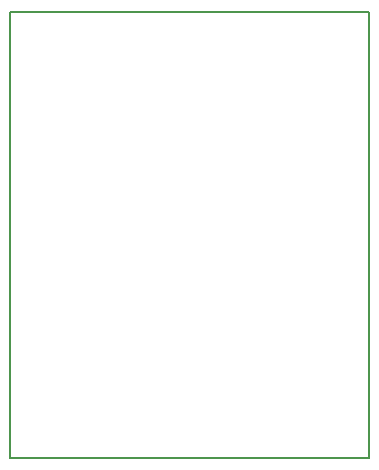
<source format=gm1>
G04 MADE WITH FRITZING*
G04 WWW.FRITZING.ORG*
G04 DOUBLE SIDED*
G04 HOLES PLATED*
G04 CONTOUR ON CENTER OF CONTOUR VECTOR*
%ASAXBY*%
%FSLAX23Y23*%
%MOIN*%
%OFA0B0*%
%SFA1.0B1.0*%
%ADD10C,0.008000*%
%ADD10C,0.008*%
%LNCONTOUR*%
G90*
G70*
G54D10*
G54D10*
X4Y4D02*
X4Y1488D01*
X1200Y1488D01*
X1200Y4D01*
X4Y4D01*
D02*
G04 End of contour*
M02*
</source>
